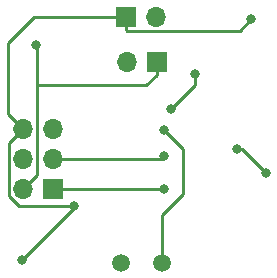
<source format=gbr>
G04 #@! TF.GenerationSoftware,KiCad,Pcbnew,(2017-06-21 revision 375ec9f)-master*
G04 #@! TF.CreationDate,2017-07-22T22:15:58-04:00*
G04 #@! TF.ProjectId,light_reactive_nodes,6C696768745F72656163746976655F6E,rev?*
G04 #@! TF.SameCoordinates,Original
G04 #@! TF.FileFunction,Copper,L2,Bot,Signal*
G04 #@! TF.FilePolarity,Positive*
%FSLAX46Y46*%
G04 Gerber Fmt 4.6, Leading zero omitted, Abs format (unit mm)*
G04 Created by KiCad (PCBNEW (2017-06-21 revision 375ec9f)-master) date Sat Jul 22 22:15:58 2017*
%MOMM*%
%LPD*%
G01*
G04 APERTURE LIST*
%ADD10C,0.100000*%
%ADD11O,1.700000X1.700000*%
%ADD12R,1.700000X1.700000*%
%ADD13C,1.500000*%
%ADD14C,0.800000*%
%ADD15C,0.250000*%
G04 APERTURE END LIST*
D10*
D11*
X101660000Y-125920000D03*
X104200000Y-125920000D03*
X101660000Y-128460000D03*
X104200000Y-128460000D03*
X101660000Y-131000000D03*
D12*
X104200000Y-131000000D03*
X110400000Y-116400000D03*
D11*
X112940000Y-116400000D03*
D12*
X113000000Y-120200000D03*
D11*
X110460000Y-120200000D03*
D13*
X110000000Y-137200000D03*
X113400000Y-137200000D03*
D14*
X121000000Y-116600000D03*
X106000000Y-132400000D03*
X101600000Y-137000000D03*
X119800000Y-127600000D03*
X122200000Y-129600000D03*
X102800000Y-118800000D03*
X113600000Y-126000000D03*
X113600000Y-128200000D03*
X116200000Y-121200000D03*
X114200000Y-124200000D03*
X113600000Y-131000000D03*
D15*
X110400000Y-116400000D02*
X110400000Y-117500000D01*
X110400000Y-117500000D02*
X110475001Y-117575001D01*
X110475001Y-117575001D02*
X120024999Y-117575001D01*
X120024999Y-117575001D02*
X121000000Y-116600000D01*
X106000000Y-132400000D02*
X101320998Y-132400000D01*
X100484999Y-127095001D02*
X100810001Y-126769999D01*
X101320998Y-132400000D02*
X100484999Y-131564001D01*
X100484999Y-131564001D02*
X100484999Y-127095001D01*
X100810001Y-126769999D02*
X101660000Y-125920000D01*
X106000000Y-132600000D02*
X106000000Y-132400000D01*
X101600000Y-137000000D02*
X106000000Y-132600000D01*
X110400000Y-116400000D02*
X102600000Y-116400000D01*
X100400000Y-124660000D02*
X101660000Y-125920000D01*
X100400000Y-118600000D02*
X100400000Y-124660000D01*
X102600000Y-116400000D02*
X100400000Y-118600000D01*
X120200000Y-127600000D02*
X119800000Y-127600000D01*
X122200000Y-129600000D02*
X120200000Y-127600000D01*
X102835001Y-129824999D02*
X102835001Y-122200000D01*
X102835001Y-122200000D02*
X102835001Y-118835001D01*
X113000000Y-120200000D02*
X113000000Y-121300000D01*
X113000000Y-121300000D02*
X112100000Y-122200000D01*
X112100000Y-122200000D02*
X102835001Y-122200000D01*
X101660000Y-131000000D02*
X102835001Y-129824999D01*
X102835001Y-118835001D02*
X102800000Y-118800000D01*
X113400000Y-137200000D02*
X113400000Y-133200000D01*
X115200000Y-127600000D02*
X113600000Y-126000000D01*
X115200000Y-131400000D02*
X115200000Y-127600000D01*
X113400000Y-133200000D02*
X115200000Y-131400000D01*
X113600000Y-128200000D02*
X113340000Y-128460000D01*
X113340000Y-128460000D02*
X104200000Y-128460000D01*
X116200000Y-122200000D02*
X116200000Y-121200000D01*
X114200000Y-124200000D02*
X116200000Y-122200000D01*
X104200000Y-131000000D02*
X113600000Y-131000000D01*
M02*

</source>
